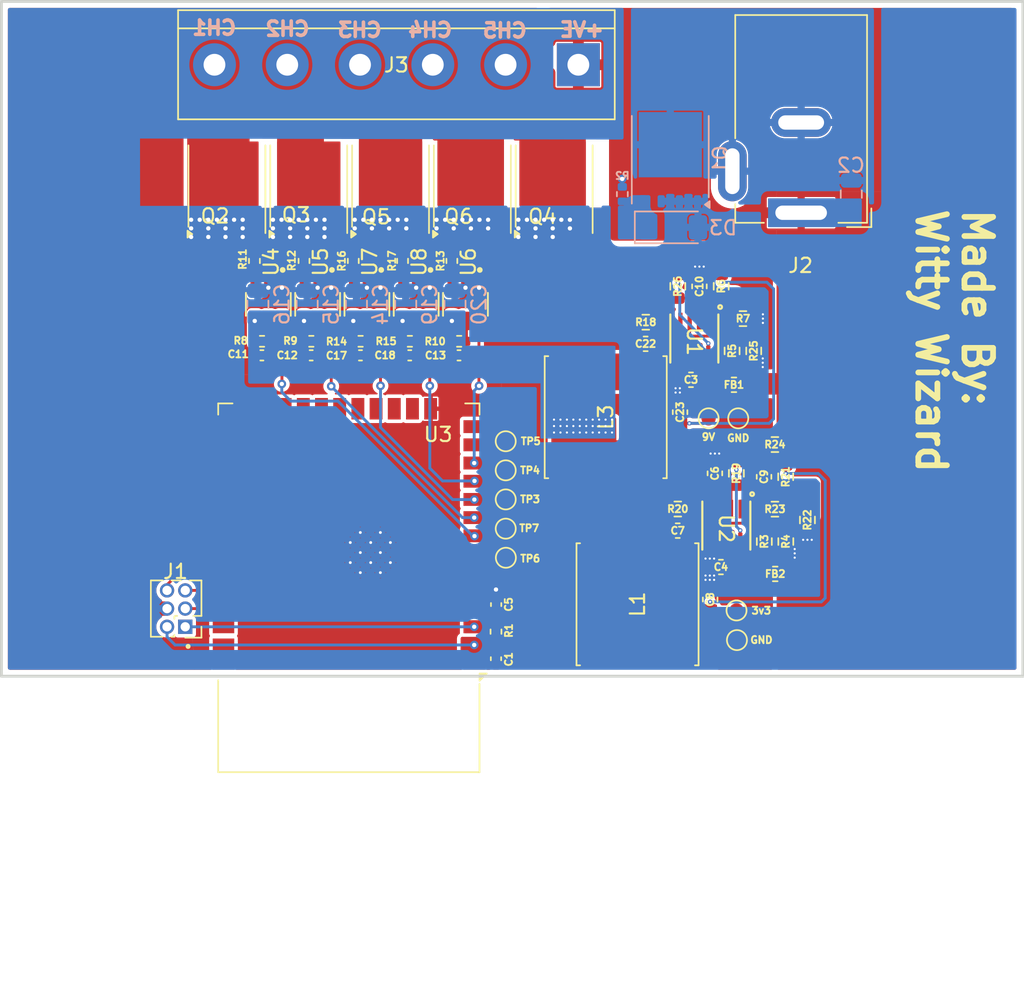
<source format=kicad_pcb>
(kicad_pcb (version 20241229) (generator "pcbnew") (generator_version "9.0")
  (layers (0 "F.Cu" signal) (2 "B.Cu" signal) (13 "F.Paste" user) (15 "B.Paste" user) (5 "F.SilkS" user "F.Silkscreen") (7 "B.SilkS" user "B.Silkscreen") (1 "F.Mask" user) (3 "B.Mask" user) (25 "Edge.Cuts" user))
  (net 0 "")
  (net 1 "GND")
  (net 2 "Net-(U5-EN{slash}~{FLT})")
  (net 3 "VCC")
  (net 4 "+3.3V")
  (net 5 "Net-(Q2-G)")
  (net 6 "Net-(Q6-G)")
  (net 7 "Net-(Q4-G)")
  (net 8 "Net-(U5-OUT)")
  (net 9 "/IN1")
  (net 10 "/IN2")
  (net 11 "/IN3")
  (net 12 "/IN4")
  (net 13 "/IN5")
  (net 14 "+9V")
  (net 15 "/EN")
  (net 16 "/OUT2")
  (net 17 "/OUT1")
  (net 18 "/OUT4")
  (net 19 "/OUT5")
  (net 20 "/OUT3")
  (net 21 "Net-(Q5-G)")
  (net 22 "Net-(U8-EN{slash}~{FLT})")
  (net 23 "Net-(U8-OUT)")
  (net 24 "/TX0")
  (net 25 "GND1")
  (net 26 "Net-(U4-EN{slash}~{FLT})")
  (net 27 "Net-(U4-OUT)")
  (net 28 "Net-(U7-EN{slash}~{FLT})")
  (net 29 "Net-(Q3-G)")
  (net 30 "Net-(U7-OUT)")
  (net 31 "Net-(U1-IN)")
  (net 32 "Net-(U2-IN)")
  (net 33 "Net-(U2-VCC)")
  (net 34 "Net-(U2-SW)")
  (net 35 "Net-(C7-Pad1)")
  (net 36 "Net-(U2-FB)")
  (net 37 "Net-(C9-Pad2)")
  (net 38 "Net-(U1-VCC)")
  (net 39 "Net-(C22-Pad1)")
  (net 40 "Net-(U1-SW)")
  (net 41 "Net-(U2-EN{slash}SYNC)")
  (net 42 "Net-(U1-EN{slash}SYNC)")
  (net 43 "Net-(U1-FB)")
  (net 44 "Net-(U1-BST)")
  (net 45 "Net-(U2-PG)")
  (net 46 "Net-(U2-BST)")
  (net 47 "Net-(R21-Pad1)")
  (net 48 "Net-(U1-PG)")
  (net 49 "Net-(D3-K)")
  (net 50 "Net-(U6-EN{slash}~{FLT})")
  (net 51 "Net-(U6-OUT)")
  (net 77 "/RX0")
  (net 78 "/BOOT0")
  (footprint "Resistor_SMD:R_0402_1005Metric" (layer "F.Cu") (at 135.34 78.0625 90)
    (property "Reference" "R13")
    (property "Value" "15Ω")
  )
  (footprint "1ED44175N01BXTSA1:1ED44175N01BXTSA1" (layer "F.Cu") (at 136.29 81.0925 -90)
    (property "Reference" "U6")
    (property "Value" "1ED44175N01BXTSA1" (hide yes))
  )
  (footprint "Package_TO_SOT_SMD:TDSON-8-1" (layer "F.Cu") (at 119.64 73.06 90)
    (property "Reference" "Q2")
    (property "Value" "CSD18540Q5B" (hide yes))
  )
  (footprint "TerminalBlock:TerminalBlock_bornier-6_P5.08mm" (layer "F.Cu") (at 144.17 64.37 180)
    (property "Reference" "J3")
    (property "Value" "Screw_Terminal")
  )
  (footprint "Resistor_SMD:R_0603_1608Metric" (layer "F.Cu") (at 151.11 95.38)
    (property "Reference" "R20")
    (property "Value" "20" (hide yes))
  )
  (footprint "Capacitor_SMD:C_0603_1608Metric" (layer "F.Cu") (at 153.7 92.89 90)
    (property "Reference" "C6")
    (property "Value" "100n" (hide yes))
  )
  (footprint "Resistor_SMD:R_0603_1608Metric" (layer "F.Cu") (at 158.65 97.65 -90)
    (property "Reference" "R4")
    (property "Value" "21k" (hide yes))
  )
  (footprint "Resistor_SMD:R_0402_1005Metric" (layer "F.Cu") (at 122.09 83.6725 180)
    (property "Reference" "R8")
    (property "Value" "10kΩ")
  )
  (footprint "Resistor_SMD:R_0402_1005Metric" (layer "F.Cu") (at 125.02 78.0625 90)
    (property "Reference" "R12")
    (property "Value" "15Ω")
  )
  (footprint "Capacitor_SMD:C_0402_1005Metric" (layer "F.Cu") (at 122.08 84.652496 180)
    (property "Reference" "C11")
    (property "Value" "100nf")
  )
  (footprint "TestPoint:TestPoint_Pad_D1.0mm" (layer "F.Cu") (at 139.1 94.71)
    (property "Reference" "TP3")
    (property "Value" "~")
  )
  (footprint "Resistor_SMD:R_0603_1608Metric" (layer "F.Cu") (at 155.659998 82.09)
    (property "Reference" "R7")
    (property "Value" "7.68k" (hide yes))
  )
  (footprint "TestPoint:TestPoint_Pad_D1.0mm" (layer "F.Cu") (at 139.1 96.75)
    (property "Reference" "TP7")
    (property "Value" "~")
  )
  (footprint "TestPoint:TestPoint_Pad_D1.0mm" (layer "F.Cu") (at 139.1 90.65)
    (property "Reference" "TP5")
    (property "Value" "~")
  )
  (footprint "Inductor_SMD:L_0603_1608Metric" (layer "F.Cu") (at 155.029998 86.71 180)
    (property "Reference" "FB1")
    (property "Value" "220" (hide yes))
  )
  (footprint "TestPoint:TestPoint_Pad_D1.0mm" (layer "F.Cu") (at 155.21 102.46)
    (property "Reference" "3v3")
    (property "Value" "~" (hide yes))
  )
  (footprint "Resistor_SMD:R_0402_1005Metric" (layer "F.Cu") (at 128.97 83.6725 180)
    (property "Reference" "R14")
    (property "Value" "10kΩ")
  )
  (footprint "TestPoint:TestPoint_Pad_D1.0mm" (layer "F.Cu") (at 139.1 92.68)
    (property "Reference" "TP4")
    (property "Value" "~")
  )
  (footprint "Capacitor_SMD:C_0603_1608Metric" (layer "F.Cu") (at 148.864998 83.85)
    (property "Reference" "C22")
    (property "Value" "100n" (hide yes))
  )
  (footprint "Resistor_SMD:R_0603_1608Metric" (layer "F.Cu") (at 151.109998 79.835 -90)
    (property "Reference" "R26")
    (property "Value" "100k" (hide yes))
  )
  (footprint "Resistor_SMD:R_0603_1608Metric" (layer "F.Cu") (at 157.15 97.65 90)
    (property "Reference" "R3")
    (property "Value" "100k" (hide yes))
  )
  (footprint "RF_Module:ESP32-WROOM-32D" (layer "F.Cu") (at 128.15 97.89 180)
    (property "Reference" "U3")
    (property "Value" "ESP32-WROOM-32E")
  )
  (footprint "Package_TO_SOT_SMD:TDSON-8-1" (layer "F.Cu") (at 142.48 73.06 90)
    (property "Reference" "Q4")
    (property "Value" "CSD18540Q5B" (hide yes))
  )
  (footprint "Resistor_SMD:R_0402_1005Metric" (layer "F.Cu") (at 125.53 83.6725 180)
    (property "Reference" "R9")
    (property "Value" "10kΩ")
  )
  (footprint "Resistor_SMD:R_0402_1005Metric" (layer "F.Cu") (at 131.9 78.0625 90)
    (property "Reference" "R17")
    (property "Value" "15Ω")
  )
  (footprint "Capacitor_SMD:C_0402_1005Metric" (layer "F.Cu") (at 138.42 105.83 -90)
    (property "Reference" "C1")
    (property "Value" "10uf")
  )
  (footprint "Capacitor_SMD:C_0402_1005Metric" (layer "F.Cu") (at 135.84 84.652496 180)
    (property "Reference" "C13")
    (property "Value" "100nf")
  )
  (footprint "Resistor_SMD:R_0603_1608Metric" (layer "F.Cu") (at 157.89 95.39)
    (property "Reference" "R23")
    (property "Value" "487" (hide yes))
  )
  (footprint "Capacitor_SMD:C_0402_1005Metric" (layer "F.Cu") (at 128.96 84.652496 180)
    (property "Reference" "C17")
    (property "Value" "100nf")
  )
  (footprint "Capacitor_SMD:C_0603_1608Metric" (layer "F.Cu") (at 157.13 93.13 90)
    (property "Reference" "C9")
    (property "Value" "33p" (hide yes))
  )
  (footprint "MP9943A:MP9943A" (layer "F.Cu") (at 152.264999 83.48 -90)
    (property "Reference" "U1")
    (property "Value" "MP9943AGQ-P" (hide yes))
  )
  (footprint "Resistor_SMD:R_0603_1608Metric" (layer "F.Cu") (at 157.89 90.88)
    (property "Reference" "R24")
    (property "Value" "243k" (hide yes))
  )
  (footprint "Capacitor_SMD:C_0402_1005Metric" (layer "F.Cu") (at 132.4 84.652496 180)
    (property "Reference" "C18")
    (property "Value" "100nf")
  )
  (footprint "Package_TO_SOT_SMD:TDSON-8-1" (layer "F.Cu") (at 136.77 73.06 90)
    (property "Reference" "Q6")
    (property "Value" "CSD18540Q5B" (hide yes))
  )
  (footprint "Capacitor_SMD:C_0603_1608Metric" (layer "F.Cu") (at 153.37 101.695 90)
    (property "Reference" "C8")
    (property "Value" "33u" (hide yes))
  )
  (footprint "Resistor_SMD:R_0603_1608Metric" (layer "F.Cu") (at 155.2 92.89 -90)
    (property "Reference" "R19")
    (property "Value" "100k" (hide yes))
  )
  (footprint "Package_TO_SOT_SMD:TDSON-8-1" (layer "F.Cu") (at 125.35 73.06 90)
    (property "Reference" "Q3")
    (property "Value" "CSD18540Q5B" (hide yes))
  )
  (footprint "Resistor_SMD:R_0603_1608Metric" (layer "F.Cu") (at 154.139998 79.83 -90)
    (property "Reference" "R6")
    (property "Value" "41.2k" (hide yes))
  )
  (footprint "1ED44175N01BXTSA1:1ED44175N01BXTSA1" (layer "F.Cu") (at 125.97 81.0925 -90)
    (property "Reference" "U5")
    (property "Value" "1ED44175N01BXTSA1" (hide yes))
  )
  (footprint "TestPoint:TestPoint_Pad_D1.0mm" (layer "F.Cu") (at 155.24 104.53)
    (property "Reference" "GND")
    (property "Value" "~" (hide yes))
  )
  (footprint "Resistor_SMD:R_0402_1005Metric" (layer "F.Cu") (at 135.85 83.6725 180)
    (property "Reference" "R10")
    (property "Value" "10kΩ")
  )
  (footprint "Capacitor_SMD:C_0603_1608Metric" (layer "F.Cu") (at 151.105 96.89)
    (property "Reference" "C7")
    (property "Value" "100n" (hide yes))
  )
  (footprint "Resistor_SMD:R_0603_1608Metric" (layer "F.Cu") (at 158.64 93.13 90)
    (property "Reference" "R21")
    (property "Value" "243k" (hide yes))
  )
  (footprint "Resistor_SMD:R_0402_1005Metric" (layer "F.Cu") (at 138.42 103.94 -90)
    (property "Reference" "R1")
    (property "Value" "10kΩ")
  )
  (footprint "Resistor_SMD:R_0603_1608Metric" (layer "F.Cu") (at 156.409998 84.345 -90)
    (property "Reference" "R25")
    (property "Value" "21k" (hide yes))
  )
  (footprint "1ED44175N01BXTSA1:1ED44175N01BXTSA1" (layer "F.Cu") (at 122.53 81.0925 -90)
    (property "Reference" "U4")
    (property "Value" "1ED44175N01BXTSA1" (hide yes))
  )
  (footprint "Capacitor_SMD:C_0603_1608Metric" (layer "F.Cu") (at 152.619998 79.84 90)
    (property "Reference" "C10")
    (property "Value" "100n" (hide yes))
  )
  (footprint "Capacitor_SMD:C_0603_1608Metric" (layer "F.Cu") (at 154.12 99.43 180)
    (property "Reference" "C4")
    (property "Value" "33u" (hide yes))
  )
  (footprint "Package_TO_SOT_SMD:TDSON-8-1" (layer "F.Cu") (at 131.06 73.06 90)
    (property "Reference" "Q5")
    (property "Value" "CSD18540Q5B" (hide yes))
  )
  (footprint "MP9943A:MP9943A" (layer "F.Cu") (at 154.4982 96.5365 -90)
    (property "Reference" "U2")
    (property "Value" "MP9943AGQ-P" (hide yes))
  )
  (footprint "1ED44175N01BXTSA1:1ED44175N01BXTSA1" (layer "F.Cu") (at 132.85 81.0925 -90)
    (property "Reference" "U8")
    (property "Value" "1ED44175N01BXTSA1" (hide yes))
  )
  (footprint "Resistor_SMD:R_0603_1608Metric" (layer "F.Cu") (at 154.899998 84.345 90)
    (property "Reference" "R5")
    (property "Value" "100k" (hide yes))
  )
  (footprint "Inductor_SMD:L_Changjiang_FNR8040S" (layer "F.Cu") (at 148.3 102.03 -90)
    (property "Reference" "L1")
    (property "Value" "10u")
  )
  (footprint "Connector_BarrelJack:BarrelJack_GCT_DCJ200-10-A_Horizontal" (layer "F.Cu") (at 159.72 74.7 180)
    (property "Reference" "J2")
    (property "Value" "Barrel_Jack")
  )
  (footprint "Resistor_SMD:R_0402_1005Metric" (layer "F.Cu") (at 128.46 78.0625 90)
    (property "Reference" "R16")
    (property "Value" "15Ω")
  )
  (footprint "Connector_PinHeader_1.27mm:PinHeader_2x03_P1.27mm_Vertical" (layer "F.Cu") (at 116.73 103.6 180)
    (property "Reference" "J1")
    (property "Value" "Program")
  )
  (footprint "Capacitor_SMD:C_0402_1005Metric" (layer "F.Cu") (at 125.52 84.652496 180)
    (property "Reference" "C12")
    (property "Value" "100nf")
  )
  (footprint "TestPoint:TestPoint_Pad_D1.0mm" (layer "F.Cu") (at 153.26 89.05)
    (property "Reference" "9V")
    (property "Value" "~" (hide yes))
  )
  (footprint "Resistor_SMD:R_0603_1608Metric" (layer "F.Cu") (at 148.874998 82.34)
    (property "Reference" "R18")
    (property "Value" "20" (hide yes))
  )
  (footprint "Inductor_SMD:L_Changjiang_FNR8040S" (layer "F.Cu") (at 146.08 88.97 -90)
    (property "Reference" "L3")
    (property "Value" "10u")
  )
  (footprint "Capacitor_SMD:C_0603_1608Metric" (layer "F.Cu") (at 152.029998 86.36 180)
    (property "Reference" "C3")
    (property "Value" "33u" (hide yes))
  )
  (footprint "Resistor_SMD:R_0603_1608Metric" (layer "F.Cu") (at 160.16 96.145 -90)
    (property "Reference" "R22")
    (property "Value" "76.8k" (hide yes))
  )
  (footprint "Inductor_SMD:L_0603_1608Metric" (layer "F.Cu") (at 157.91 99.91 180)
    (property "Reference" "FB2")
    (property "Value" "220" (hide yes))
  )
  (footprint "Capacitor_SMD:C_0603_1608Metric" (layer "F.Cu") (at 151.269998 88.62 90)
    (property "Reference" "C23")
    (property "Value" "33u" (hide yes))
  )
  (footprint "Resistor_SMD:R_0402_1005Metric" (layer "F.Cu") (at 132.41 83.6725 180)
    (property "Reference" "R15")
    (property "Value" "10kΩ")
  )
  (footprint "TestPoint:TestPoint_Pad_D1.0mm" (layer "F.Cu") (at 139.11 98.78)
    (property "Reference" "TP6")
    (property "Value" "~")
  )
  (footprint "1ED44175N01BXTSA1:1ED44175N01BXTSA1" (layer "F.Cu") (at 129.41 81.0925 -90)
    (property "Reference" "U7")
    (property "Value" "1ED44175N01BXTSA1" (hide yes))
  )
  (footprint "Capacitor_SMD:C_0402_1005Metric" (layer "F.Cu") (at 138.43 102.05 90)
    (property "Reference" "C5")
    (property "Value" "100nf")
  )
  (footprint "TestPoint:TestPoint_Pad_D1.0mm" (layer "F.Cu") (at 155.33 89.05)
    (property "Reference" "GND")
    (property "Value" "~" (hide yes))
  )
  (footprint "Resistor_SMD:R_0402_1005Metric" (layer "F.Cu") (at 121.56 78.0625 90)
    (property "Reference" "R11")
    (property "Value" "15Ω")
  )
  (footprint "Capacitor_SMD:C_0805_2012Metric" (layer "B.Cu") (at 135.56 81.0925 90)
    (property "Reference" "C20")
    (property "Value" "22uf")
  )
  (footprint "Diode_SMD:D_MiniMELF" (layer "B.Cu") (at 150.77 75.72)
    (property "Reference" "D3")
    (property "Value" "ZMM7v5")
  )
  (footprint "Capacitor_SMD:C_0805_2012Metric" (layer "B.Cu") (at 132.12 81.0925 90)
    (property "Reference" "C19")
    (property "Value" "22uf")
  )
  (footprint "Package_TO_SOT_SMD:TDSON-8-1" (layer "B.Cu") (at 150.585 71 90)
    (property "Reference" "Q1")
    (property "Value" "CSD18540Q5B")
  )
  (footprint "Resistor_SMD:R_0402_1005Metric" (layer "B.Cu") (at 147.24 73.4 90)
    (property "Reference" "R2")
    (property "Value" "100Ω")
  )
  (footprint "Capacitor_SMD:C_0805_2012Metric" (layer "B.Cu") (at 128.68 81.0925 90)
    (property "Reference" "C14")
    (property "Value" "22uf")
  )
  (footprint "Capacitor_SMD:C_0805_2012Metric" (layer "B.Cu") (at 163.22 73.4 90)
    (property "Reference" "C2")
    (property "Value" "22uf")
  )
  (footprint "Capacitor_SMD:C_0805_2012Metric" (layer "B.Cu") (at 121.8 81.0925 90)
    (property "Reference" "C16")
    (property "Value" "22uf")
  )
  (footprint "Capacitor_SMD:C_0805_2012Metric" (layer "B.Cu") (at 125.24 81.0925 90)
    (property "Reference" "C15")
    (property "Value" "22uf")
  )
  (gr_circle (center 116.93 104.97) (end 117.051655 104.97) (stroke (width 0.1)) (fill yes) (layer "F.SilkS"))
  (gr_line (start 175.2 59.95) (end 103.9 59.95) (stroke (width 0.2)) (layer "Edge.Cuts"))
  (gr_line (start 103.9 107.05) (end 175.2 107.05) (stroke (width 0.2)) (layer "Edge.Cuts"))
  (gr_line (start 175.2 107.05) (end 175.2 59.95) (stroke (width 0.2)) (layer "Edge.Cuts"))
  (gr_line (start 103.9 59.95) (end 103.9 107.05) (stroke (width 0.2)) (layer "Edge.Cuts"))
  (gr_text "Made By:\nWitty Wizard" (at 167.63 74.25 270) (layer "F.SilkS") (effects (font (size 2 2) (thickness 0.4) (bold yes)) (justify left bottom)))
  (gr_text "CH5\n" (at 140.7 62.57 0) (layer "B.SilkS") (effects (font (size 1 1) (thickness 0.25) (bold yes)) (justify left bottom mirror)))
  (gr_text "CH4\n" (at 135.49 62.53 0) (layer "B.SilkS") (effects (font (size 1 1) (thickness 0.25) (bold yes)) (justify left bottom mirror)))
  (gr_text "CH2" (at 125.53 62.45 0) (layer "B.SilkS") (effects (font (size 1 1) (thickness 0.25) (bold yes)) (justify left bottom mirror)))
  (gr_text "CH3\n" (at 130.57 62.53 0) (layer "B.SilkS") (effects (font (size 1 1) (thickness 0.25) (bold yes)) (justify left bottom mirror)))
  (gr_text "CH1\n" (at 120.42 62.38 0) (layer "B.SilkS") (effects (font (size 1 1) (thickness 0.25) (bold yes)) (justify left bottom mirror)))
  (gr_text "+VE" (at 146.08 62.51 0) (layer "B.SilkS") (effects (font (size 1 1) (thickness 0.25) (bold yes)) (justify left bottom mirror)))
  (segment (start 158.65 98.475) (end 158.97 98.475) (width 0.2) (layer "F.Cu") (net 1))
  (segment (start 138.37 101.34) (end 138.35 101.32) (width 0.2) (layer "F.Cu") (net 1))
  (via (at 157.05 82.09) (size 0.3) (drill 0.15) (layers "F.Cu" "B.Cu") (net 1))
  (via (at 133.8 79.9325) (size 0.6) (drill 0.3) (layers "F.Cu" "B.Cu") (net 1))
  (via (at 139.98 75.19) (size 0.6) (drill 0.3) (layers "F.Cu" "B.Cu") (net 1))
  (via (at 139.98 75.79) (size 0.6) (drill 0.3) (layers "F.Cu" "B.Cu") (net 1))
  (via (at 126.92 79.9325) (size 0.6) (drill 0.3) (layers "F.Cu" "B.Cu") (net 1))
  (via (at 130.36 75.19) (size 0.6) (drill 0.3) (layers "F.Cu" "B.Cu") (net 1))
  (via (at 136.67 75.79) (size 0.6) (drill 0.3) (layers "F.Cu" "B.Cu") (net 1))
  (via (at 126.45 75.19) (size 0.6) (drill 0.3) (layers "F.Cu" "B.Cu") (net 1))
  (via (at 129.76 75.79) (size 0.6) (drill 0.3) (layers "F.Cu" "B.Cu") (net 1))
  (via (at 142.38 75.19) (size 0.6) (drill 0.3) (layers "F.Cu" "B.Cu") (net 1))
  (via (at 124.65 75.19) (size 0.6) (drill 0.3) (layers "F.Cu" "B.Cu") (net 1))
  (via (at 132.16 75.19) (size 0.6) (drill 0.3) (layers "F.Cu" "B.Cu") (net 1))
  (via (at 118.34 75.79) (size 0.6) (drill 0.3) (layers "F.Cu" "B.Cu") (net 1))
  (via (at 134.27 75.79) (size 0.6) (drill 0.3) (layers "F.Cu" "B.Cu") (net 1))
  (via (at 128.56 75.19) (size 0.6) (drill 0.3) (layers "F.Cu" "B.Cu") (net 1))
  (via (at 136.67 75.19) (size 0.6) (drill 0.3) (layers "F.Cu" "B.Cu") (net 1))
  (via (at 153.4 91.51) (size 0.3) (drill 0.15) (layers "F.Cu" "B.Cu") (net 1))
  (via (at 124.05 76.39) (size 0.6) (drill 0.3) (layers "F.Cu" "B.Cu") (net 1))
  (via (at 122.85 76.39) (size 0.6) (drill 0.3) (layers "F.Cu" "B.Cu") (net 1))
  (via (at 137.87 75.79) (size 0.6) (drill 0.3) (layers "F.Cu" "B.Cu") (net 1))
  (via (at 153.345 100.025) (size 0.3) (drill 0.15) (layers "F.Cu" "B.Cu") (net 1))
  (via (at 135.47 75.79) (size 0.6) (drill 0.3) (layers "F.Cu" "B.Cu") (net 1))
  (via (at 157.04 85.47) (size 0.3) (drill 0.15) (layers "F.Cu" "B.Cu") (net 1))
  (via (at 123.48 79.9325) (size 0.6) (drill 0.3) (layers "F.Cu" "B.Cu") (net 1))
  (via (at 160.16 97.53) (size 0.3) (drill 0.15) (layers "F.Cu" "B.Cu") (net 1))
  (via (at 153.645 100.025) (size 0.3) (drill 0.15) (layers "F.Cu" "B.Cu") (net 1))
  (via (at 159.27 98.475) (size 0.3) (drill 0.15) (layers "F.Cu" "B.Cu") (net 1))
  (via (at 153.345 98.84) (size 0.3) (drill 0.15) (layers "F.Cu" "B.Cu") (net 1))
  (via (at 125.25 75.19) (size 0.6) (drill 0.3) (layers "F.Cu" "B.Cu") (net 1))
  (via (at 117.14 75.19) (size 0.6) (drill 0.3) (layers "F.Cu" "B.Cu") (net 1))
  (via (at 141.78 75.19) (size 0.6) (drill 0.3) (layers "F.Cu" "B.Cu") (net 1))
  (via (at 153.045 100.325) (size 0.3) (drill 0.15) (layers "F.Cu" "B.Cu") (net 1))
  (via (at 141.18 76.39) (size 0.6) (drill 0.3) (layers "F.Cu" "B.Cu") (net 1))
  (via (at 132.16 75.79) (size 0.6) (drill 0.3) (layers "F.Cu" "B.Cu") (net 1))
  (via (at 137.87 75.19) (size 0.6) (drill 0.3) (layers "F.Cu" "B.Cu") (net 1))
  (via (at 154 91.51) (size 0.3) (drill 0.15) (layers "F.Cu" "B.Cu") (net 1))
  (via (at 143.58 75.19) (size 0.6) (drill 0.3) (layers "F.Cu" "B.Cu") (net 1))
  (via (at 117.14 76.39) (size 0.6) (drill 0.3) (layers "F.Cu" "B.Cu") (net 1))
  (via (at 152.919998 78.46) (size 0.3) (drill 0.15) (layers "F.Cu" "B.Cu") (net 1))
  (via (at 126.45 76.39) (size 0.6) (drill 0.3) (layers "F.Cu" "B.Cu") (net 1))
  (via (at 122.85 75.79) (size 0.6) (drill 0.3) (layers "F.Cu" "B.Cu") (net 1))
  (via (at 153.645 100.325) (size 0.3) (drill 0.15) (layers "F.Cu" "B.Cu") (net 1))
  (via (at 118.34 75.19) (size 0.6) (drill 0.3) (layers "F.Cu" "B.Cu") (net 1))
  (via (at 159.27 98.175) (size 0.3) (drill 0.15) (layers "F.Cu" "B.Cu") (net 1))
  (via (at 140.58 75.19) (size 0.6) (drill 0.3) (layers "F.Cu" "B.Cu") (net 1))
  (via (at 129.16 75.19) (size 0.6) (drill 0.3) (layers "F.Cu" "B.Cu") (net 1))
  (via (at 134.87 75.19) (size 0.6) (drill 0.3) (layers "F.Cu" "B.Cu") (net 1))
  (via (at 159.27 98.775) (size 0.3) (drill 0.15) (layers "F.Cu" "B.Cu") (net 1))
  (via (at 131.56 75.19) (size 0.6) (drill 0.3) (layers "F.Cu" "B.Cu") (net 1))
  (via (at 120.14 75.19) (size 0.6) (drill 0.3) (layers "F.Cu" "B.Cu") (net 1))
  (via (at 117.14 75.79) (size 0.6) (drill 0.3) (layers "F.Cu" "B.Cu") (net 1))
  (via (at 134.27 75.19) (size 0.6) (drill 0.3) (layers "F.Cu" "B.Cu") (net 1))
  (via (at 118.94 75.19) (size 0.6) (drill 0.3) (layers "F.Cu" "B.Cu") (net 1))
  (via (at 137.27 75.19) (size 0.6) (drill 0.3) (layers "F.Cu" "B.Cu") (net 1))
  (via (at 125.85 75.19) (size 0.6) (drill 0.3) (layers "F.Cu" "B.Cu") (net 1))
  (via (at 141.18 75.79) (size 0.6) (drill 0.3) (layers "F.Cu" "B.Cu") (net 1))
  (via (at 118.34 76.39) (size 0.6) (drill 0.3) (layers "F.Cu" "B.Cu") (net 1))
  (via (at 122.53 79.9325) (size 0.6) (drill 0.3) (layers "F.Cu" "B.Cu") (net 1))
  (via (at 139.98 76.39) (size 0.6) (drill 0.3) (layers "F.Cu" "B.Cu") (net 1))
  (via (at 153.045 98.84) (size 0.3) (drill 0.15) (layers "F.Cu" "B.Cu") (net 1))
  (via (at 142.38 76.39) (size 0.6) (drill 0.3) (layers "F.Cu" "B.Cu") (net 1))
  (via (at 135.47 75.19) (size 0.6) (drill 0.3) (layers "F.Cu" "B.Cu") (net 1))
  (via (at 153.7 91.51) (size 0.3) (drill 0.15) (layers "F.Cu" "B.Cu") (net 1))
  (via (at 151.254998 87.25) (size 0.3) (drill 0.15) (layers "F.Cu" "B.Cu") (net 1))
  (via (at 124.05 75.79) (size 0.6) (drill 0.3) (layers "F.Cu" "B.Cu") (net 1))
  (via (at 152.319998 78.46) (size 0.3) (drill 0.15) (layers "F.Cu" "B.Cu") (net 1))
  (via (at 152.619998 78.46) (size 0.3) (drill 0.15) (layers "F.Cu" "B.Cu") (net 1))
  (via (at 120.74 76.39) (size 0.6) (drill 0.3) (layers "F.Cu" "B.Cu") (net 1))
  (via (at 137.24 79.9325) (size 0.6) (drill 0.3) (layers "F.Cu" "B.Cu") (net 1))
  (via (at 130.96 75.19) (size 0.6) (drill 0.3) (layers "F.Cu" "B.Cu") (net 1))
  (via (at 117.74 75.19) (size 0.6) (drill 0.3) (layers "F.Cu" "B.Cu") (net 1))
  (via (at 142.38 75.79) (size 0.6) (drill 0.3) (layers "F.Cu" "B.Cu") (net 1))
  (via (at 150.954998 87.25) (size 0.3) (drill 0.15) (layers "F.Cu" "B.Cu") (net 1))
  (via (at 130.36 79.9325) (size 0.6) (drill 0.3) (layers "F.Cu" "B.Cu") (net 1))
  (via (at 159.86 97.53) (size 0.3) (drill 0.15) (layers "F.Cu" "B.Cu") (net 1))
  (via (at 120.74 75.19) (size 0.6) (drill 0.3) (layers "F.Cu" "B.Cu") (net 1))
  (via (at 142.98 75.19) (size 0.6) (drill 0.3) (layers "F.Cu" "B.Cu") (net 1))
  (via (at 125.25 75.79) (size 0.6) (drill 0.3) (layers "F.Cu" "B.Cu") (net 1))
  (via (at 124.05 75.19) (size 0.6) (drill 0.3) (layers "F.Cu" "B.Cu") (net 1))
  (via (at 119.54 76.39) (size 0.6) (drill 0.3) (layers "F.Cu" "B.Cu") (net 1))
  (via (at 120.74 75.79) (size 0.6) (drill 0.3) (layers "F.Cu" "B.Cu") (net 1))
  (via (at 125.97 79.9325) (size 0.6) (drill 0.3) (layers "F.Cu" "B.Cu") (net 1))
  (via (at 122.85 75.19) (size 0.6) (drill 0.3) (layers "F.Cu" "B.Cu") (net 1))
  (via (at 128.56 75.79) (size 0.6) (drill 0.3) (layers "F.Cu" "B.Cu") (net 1))
  (via (at 138.42 101) (size 0.6) (drill 0.3) (layers "F.Cu" "B.Cu") (net 1))
  (via (at 129.41 79.9325) (size 0.6) (drill 0.3) (layers "F.Cu" "B.Cu") (net 1))
  (via (at 129.76 75.19) (size 0.6) (drill 0.3) (layers "F.Cu" "B.Cu") (net 1))
  (via (at 150.954998 86.95) (size 0.3) (drill 0.15) (layers "F.Cu" "B.Cu") (net 1))
  (via (at 157.04 85.17) (size 0.3) (drill 0.15) (layers "F.Cu" "B.Cu") (net 1))
  (via (at 160.46 97.53) (size 0.3) (drill 0.15) (layers "F.Cu" "B.Cu") (net 1))
  (via (at 136.07 75.19) (size 0.6) (drill 0.3) (layers "F.Cu" "B.Cu") (net 1))
  (via (at 126.45 75.79) (size 0.6) (drill 0.3) (layers "F.Cu" "B.Cu") (net 1))
  (via (at 119.54 75.19) (size 0.6) (drill 0.3) (layers "F.Cu" "B.Cu") (net 1))
  (via (at 157.05 82.39) (size 0.3) (drill 0.15) (layers "F.Cu" "B.Cu") (net 1))
  (via (at 157.05 81.79) (size 0.3) (drill 0.15) (layers "F.Cu" "B.Cu") (net 1))
  (via (at 130.96 75.79) (size 0.6) (drill 0.3) (layers "F.Cu" "B.Cu") (net 1))
  (via (at 151.254998 86.95) (size 0.3) (drill 0.15) (layers "F.Cu" "B.Cu") (net 1))
  (via (at 132.85 79.9325) (size 0.6) (drill 0.3) (layers "F.Cu" "B.Cu") (net 1))
  (via (at 153.345 100.325) (size 0.3) (drill 0.15) (layers "F.Cu" "B.Cu") (net 1))
  (via (at 143.58 75.79) (size 0.6) (drill 0.3) (layers "F.Cu" "B.Cu") (net 1))
  (via (at 141.18 75.19) (size 0.6) (drill 0.3) (layers "F.Cu" "B.Cu") (net 1))
  (via (at 153.045 100.025) (size 0.3) (drill 0.15) (layers "F.Cu" "B.Cu") (net 1))
  (via (at 136.29 79.9325) (size 0.6) (drill 0.3) (layers "F.Cu" "B.Cu") (net 1))
  (via (at 157.04 84.87) (size 0.3) (drill 0.15) (layers "F.Cu" "B.Cu") (net 1))
  (via (at 153.645 98.84) (size 0.3) (drill 0.15) (layers "F.Cu" "B.Cu") (net 1))
  (via (at 119.54 75.79) (size 0.6) (drill 0.3) (layers "F.Cu" "B.Cu") (net 1))
  (via (at 123.45 75.19) (size 0.6) (drill 0.3) (layers "F.Cu" "B.Cu") (net 1))
  (via (at 125.25 76.39) (size 0.6) (drill 0.3) (layers "F.Cu" "B.Cu") (net 1))
  (segment (start 126 83.7125) (end 126.04 83.6725) (width 0.2) (layer "F.Cu") (net 2))
  (segment (start 126.04 83.6725) (end 126.04 82.3225) (width 0.2) (layer "F.Cu") (net 2))
  (segment (start 126.04 82.3225) (end 125.97 82.2525) (width 0.2) (layer "F.Cu") (net 2))
  (segment (start 125.97 84.662496) (end 125.91 84.722496) (width 0.2) (layer "F.Cu") (net 2))
  (segment (start 126 84.652496) (end 126 83.7125) (width 0.2) (layer "F.Cu") (net 2))
  (via (at 147.23 72.34) (size 0.6) (drill 0.3) (layers "F.Cu" "B.Cu") (net 3))
  (segment (start 147.24 72.35) (end 147.23 72.34) (width 0.2) (layer "B.Cu") (net 3))
  (segment (start 159.6 74.82) (end 159.72 74.7) (width 0.2) (layer "B.Cu") (net 3))
  (segment (start 147.24 72.89) (end 147.24 72.35) (width 0.2) (layer "B.Cu") (net 3))
  (segment (start 158.715 92.23) (end 158.715 90.88) (width 0.2) (layer "F.Cu") (net 4))
  (segment (start 153.37 101.86) (end 153.37 102.47) (width 0.2) (layer "F.Cu") (net 4))
  (segment (start 153.38 102.46) (end 153.37 102.47) (width 0.2) (layer "F.Cu") (net 4))
  (segment (start 147.72 105.15) (end 149.55 105.15) (width 0.2) (layer "F.Cu") (net 4))
  (segment (start 136.98 104.79) (end 136.9 104.87) (width 0.2) (layer "F.Cu") (net 4))
  (segment (start 155.21 102.46) (end 153.38 102.46) (width 0.2) (layer "F.Cu") (net 4))
  (segment (start 158.64 92.305) (end 158.64 92.9) (width 0.2) (layer "F.Cu") (net 4))
  (segment (start 149.55 105.15) (end 149.56 105.14) (width 0.2) (layer "F.Cu") (net 4))
  (via (at 158.64 92.9) (size 0.3) (drill 0.15) (layers "F.Cu" "B.Cu") (net 4))
  (via (at 153.37 101.86) (size 0.3) (drill 0.15) (layers "F.Cu" "B.Cu") (net 4))
  (via (at 136.9 104.87) (size 0.6) (drill 0.3) (layers "F.Cu" "B.Cu") (net 4))
  (segment (start 116.022894 104.87) (end 136.9 104.87) (width 0.2) (layer "B.Cu") (net 4))
  (segment (start 161.4 101.59) (end 161.13 101.86) (width 0.2) (layer "B.Cu") (net 4))
  (segment (start 161.13 101.86) (end 153.37 101.86) (width 0.2) (layer "B.Cu") (net 4))
  (segment (start 161.4 93.39) (end 161.4 101.59) (width 0.2) (layer "B.Cu") (net 4))
  (segment (start 115.46 103.6) (end 115.46 104.307106) (width 0.2) (layer "B.Cu") (net 4))
  (segment (start 158.64 92.9) (end 160.91 92.9) (width 0.2) (layer "B.Cu") (net 4))
  (segment (start 115.46 104.307106) (end 116.022894 104.87) (width 0.2) (layer "B.Cu") (net 4))
  (segment (start 160.91 92.9) (end 161.4 93.39) (width 0.2) (layer "B.Cu") (net 4))
  (segment (start 121.545 77.5375) (end 121.56 77.5525) (width 0.2) (layer "F.Cu") (net 5))
  (segment (start 121.545 75.96) (end 121.545 77.5375) (width 0.2) (layer "F.Cu") (net 5))
  (segment (start 131.9 77.5525) (end 134.401076 77.5525) (width 0.2) (layer "F.Cu") (net 6))
  (segment (start 137.95 76.685) (end 138.675 75.96) (width 0.2) (layer "F.Cu") (net 6))
  (segment (start 134.401076 77.5525) (end 135.268576 76.685) (width 0.2) (layer "F.Cu") (net 6))
  (segment (start 135.268576 76.685) (end 137.95 76.685) (width 0.2) (layer "F.Cu") (net 6))
  (segment (start 144.385 76.015) (end 144.385 75.96) (width 0.2) (layer "F.Cu") (net 7))
  (segment (start 135.34 77.5525) (end 142.8475 77.5525) (width 0.2) (layer "F.Cu") (net 7))
  (segment (start 142.8475 77.5525) (end 144.385 76.015) (width 0.2) (layer "F.Cu") (net 7))
  (segment (start 137.58 97.25) (end 139.11 98.78) (width 0.2) (layer "F.Cu") (net 9))
  (segment (start 136.92 97.27) (end 136.9 97.25) (width 0.2) (layer "F.Cu") (net 9))
  (segment (start 123.47 86.65) (end 123.48 86.64) (width 0.2) (layer "F.Cu") (net 9))
  (segment (start 136.9 97.25) (end 137.58 97.25) (width 0.2) (layer "F.Cu") (net 9))
  (segment (start 123.54 82.1925) (end 123.48 82.2525) (width 0.2) (layer "F.Cu") (net 9))
  (segment (start 123.48 86.64) (end 123.48 82.2525) (width 0.2) (layer "F.Cu") (net 9))
  (via (at 123.47 86.65) (size 0.6) (drill 0.3) (layers "F.Cu" "B.Cu") (net 9))
  (via (at 136.92 97.27) (size 0.6) (drill 0.3) (layers "F.Cu" "B.Cu") (net 9))
  (segment (start 124.1 87.85) (end 123.47 87.22) (width 0.2) (layer "B.Cu") (net 9))
  (segment (start 136.92 97.27) (end 136.808628 97.27) (width 0.2) (layer "B.Cu") (net 9))
  (segment (start 123.47 87.22) (end 123.47 86.65) (width 0.2) (layer "B.Cu") (net 9))
  (segment (start 127.388628 87.85) (end 124.1 87.85) (width 0.2) (layer "B.Cu") (net 9))
  (segment (start 136.808628 97.27) (end 127.388628 87.85) (width 0.2) (layer "B.Cu") (net 9))
  (segment (start 126.92 86.81) (end 126.92 82.2525) (width 0.2) (layer "F.Cu") (net 10))
  (segment (start 136.91 95.97) (end 136.9 95.98) (width 0.2) (layer "F.Cu") (net 10))
  (segment (start 138.33 95.98) (end 139.1 96.75) (width 0.2) (layer "F.Cu") (net 10))
  (segment (start 126.93 82.252496) (end 126.92 82.262496) (width 0.2) (layer "F.Cu") (net 10))
  (segment (start 136.9 95.98) (end 138.33 95.98) (width 0.2) (layer "F.Cu") (net 10))
  (via (at 126.92 86.81) (size 0.6) (drill 0.3) (layers "F.Cu" "B.Cu") (net 10))
  (via (at 136.9 95.98) (size 0.6) (drill 0.3) (layers "F.Cu" "B.Cu") (net 10))
  (segment (start 136.084314 95.98) (end 126.92 86.815686) (width 0.2) (layer "B.Cu") (net 10))
  (segment (start 126.92 86.815686) (end 126.92 86.81) (width 0.2) (layer "B.Cu") (net 10))
  (segment (start 136.9 95.98) (end 136.084314 95.98) (width 0.2) (layer "B.Cu") (net 10))
  (segment (start 136.92 94.71) (end 139.1 94.71) (width 0.2) (layer "F.Cu") (net 11))
  (segment (start 136.91 94.72) (end 136.92 94.71) (width 0.2) (layer "F.Cu") (net 11))
  (segment (start 130.36 86.78) (end 130.36 82.2525) (width 0.2) (layer "F.Cu") (net 11))
  (segment (start 136.91 94.72) (end 136.9 94.71) (width 0.2) (layer "F.Cu") (net 11))
  (via (at 136.91 94.72) (size 0.6) (drill 0.3) (layers "F.Cu" "B.Cu") (net 11))
  (via (at 130.36 86.78) (size 0.6) (drill 0.3) (layers "F.Cu" "B.Cu") (net 11))
  (segment (start 136.91 94.72) (end 135.39 94.72) (width 0.2) (layer "B.Cu") (net 11))
  (segment (start 135.39 94.72) (end 130.36 89.69) (width 0.2) (layer "B.Cu") (net 11))
  (segment (start 130.36 89.69) (end 130.36 86.78) (width 0.2) (layer "B.Cu") (net 11))
  (segment (start 136.92 93.42) (end 136.9 93.44) (width 0.2) (layer "F.Cu") (net 12))
  (segment (start 138.36 93.42) (end 139.1 92.68) (width 0.2) (layer "F.Cu") (net 12))
  (segment (start 133.8 86.78) (end 133.8 82.2525) (width 0.2) (layer "F.Cu") (net 12))
  (segment (start 136.92 93.42) (end 138.36 93.42) (width 0.2) (layer "F.Cu") (net 12))
  (via (at 136.92 93.42) (size 0.6) (drill 0.3) (layers "F.Cu" "B.Cu") (net 12))
  (via (at 133.8 86.78) (size 0.6) (drill 0.3) (layers "F.Cu" "B.Cu") (net 12))
  (segment (start 136.92 93.42) (end 134.69 93.42) (width 0.2) (layer "B.Cu") (net 12))
  (segment (start 134.22 92.95) (end 133.8 92.53) (width 0.2) (layer "B.Cu") (net 12))
  (segment (start 133.8 92.53) (end 133.8 86.78) (width 0.2) (layer "B.Cu") (net 12))
  (segment (start 134.69 93.42) (end 134.22 92.95) (width 0.2) (layer "B.Cu") (net 12))
  (segment (start 136.9 92.17) (end 137.58 92.17) (width 0.2) (layer "F.Cu") (net 13))
  (segment (start 137.24 86.78) (end 137.23 86.77) (width 0.2) (layer "F.Cu") (net 13))
  (segment (start 137.58 92.17) (end 139.1 90.65) (width 0.2) (layer "F.Cu") (net 13))
  (segment (start 137.23 86.77) (end 137.23 82.2625) (width 0.2) (layer "F.Cu") (net 13))
  (segment (start 137.23 82.2625) (end 137.24 82.2525) (width 0.2) (layer "F.Cu") (net 13))
  (via (at 137.24 86.78) (size 0.6) (drill 0.3) (layers "F.Cu" "B.Cu") (net 13))
  (via (at 136.9 92.17) (size 0.6) (drill 0.3) (layers "F.Cu" "B.Cu") (net 13))
  (segment (start 136.9 87.12) (end 137.24 86.78) (width 0.2) (layer "B.Cu") (net 13))
  (segment (start 136.9 92.17) (end 136.9 87.12) (width 0.2) (layer "B.Cu") (net 13))
  (segment (start 152.91 89.4) (end 153.26 89.05) (width 0.2) (layer "F.Cu") (net 14))
  (segment (start 151.919998 89.4) (end 151.274998 89.4) (width 0.2) (layer "F.Cu") (net 14))
  (segment (start 151.919998 89.4) (end 152.91 89.4) (width 0.2) (layer "F.Cu") (net 14))
  (segment (start 151.274998 89.4) (end 151.269998 89.395) (width 0.2) (layer "F.Cu") (net 14))
  (via (at 142.47 89.14) (size 0.3) (drill 0.15) (layers "F.Cu" "B.Cu") (net 14))
  (via (at 144.72 89.59) (size 0.3) (drill 0.15) (layers "F.Cu" "B.Cu") (net 14))
  (via (at 146.52 89.59) (size 0.3) (drill 0.15) (layers "F.Cu" "B.Cu") (net 14))
  (via (at 144.27 90.04) (size 0.3) (drill 0.15) (layers "F.Cu" "B.Cu") (net 14))
  (via (at 144.27 89.14) (size 0.3) (drill 0.15) (layers "F.Cu" "B.Cu") (net 14))
  (via (at 142.92 89.14) (size 0.3) (drill 0.15) (layers "F.Cu" "B.Cu") (net 14))
  (via (at 145.17 89.59) (size 0.3) (drill 0.15) (layers "F.Cu" "B.Cu") (net 14))
  (via (at 146.07 89.59) (size 0.3) (drill 0.15) (layers "F.Cu" "B.Cu") (net 14))
  (via (at 145.17 90.04) (size 0.3) (drill 0.15) (layers "F.Cu" "B.Cu") (net 14))
  (via (at 146.07 89.14) (size 0.3) (drill 0.15) (layers "F.Cu" "B.Cu") (net 14))
  (via (at 128.46 82.2525) (size 0.6) (drill 0.3) (layers "F.Cu" "B.Cu") (net 14))
  (via (at 144.27 89.59) (size 0.3) (drill 0.15) (layers "F.Cu" "B.Cu") (net 14))
  (via (at 145.62 89.59) (size 0.3) (drill 0.15) (layers "F.Cu" "B.Cu") (net 14))
  (via (at 143.82 90.04) (size 0.3) (drill 0.15) (layers "F.Cu" "B.Cu") (net 14))
  (via (at 146.07 90.04) (size 0.3) (drill 0.15) (layers "F.Cu" "B.Cu") (net 14))
  (via (at 146.52 90.04) (size 0.3) (drill 0.15) (layers "F.Cu" "B.Cu") (net 14))
  (via (at 143.37 90.04) (size 0.3) (drill 0.15) (layers "F.Cu" "B.Cu") (net 14))
  (via (at 146.52 89.14) (size 0.3) (drill 0.15) (layers "F.Cu" "B.Cu") (net 14))
  (via (at 121.58 82.2525) (size 0.6) (drill 0.3) (layers "F.Cu" "B.Cu") (net 14))
  (via (at 142.92 89.59) (size 0.3) (drill 0.15) (layers "F.Cu" "B.Cu") (net 14))
  (via (at 135.34 82.2525) (size 0.6) (drill 0.3) (layers "F.Cu" "B.Cu") (net 14))
  (via (at 144.72 89.14) (size 0.3) (drill 0.15) (layers "F.Cu" "B.Cu") (net 14))
  (via (at 143.82 89.59) (size 0.3) (drill 0.15) (layers "F.Cu" "B.Cu") (net 14))
  (via (at 154.139998 79.55) (size 0.3) (drill 0.15) (layers "F.Cu" "B.Cu") (net 14))
  (via (at 131.9 82.2525) (size 0.6) (drill 0.3) (layers "F.Cu" "B.Cu") (net 14))
  (via (at 125.02 82.2525) (size 0.6) (drill 0.3) (layers "F.Cu" "B.Cu") (net 14))
  (via (at 143.82 89.14) (size 0.3) (drill 0.15) (layers "F.Cu" "B.Cu") (net 14))
  (via (at 151.919998 89.4) (size 0.3) (drill 0.15) (layers "F.Cu" "B.Cu") (net 14))
  (via (at 145.62 89.14) (size 0.3) (drill 0.15) (layers "F.Cu" "B.Cu") (net 14))
  (via (at 143.37 89.14) (size 0.3) (drill 0.15) (layers "F.Cu" "B.Cu") (net 14))
  (via (at 145.17 89.14) (size 0.3) (drill 0.15) (layers "F.Cu" "B.Cu") (net 14))
  (via (at 145.62 90.04) (size 0.3) (drill 0.15) (layers "F.Cu" "B.Cu") (net 14))
  (via (at 142.47 89.59) (size 0.3) (drill 0.15) (layers "F.Cu" "B.Cu") (net 14))
  (via (at 142.47 90.04) (size 0.3) (drill 0.15) (layers "F.Cu" "B.Cu") (net 14))
  (via (at 144.72 90.04) (size 0.3) (drill 0.15) (layers "F.Cu" "B.Cu") (net 14))
  (via (at 143.37 89.59) (size 0.3) (drill 0.15) (layers "F.Cu" "B.Cu") (net 14))
  (via (at 142.92 90.04) (size 0.3) (drill 0.15) (layers "F.Cu" "B.Cu") (net 14))
  (segment (start 151.919998 89.4) (end 157.48 89.4) (width 0.2) (layer "B.Cu") (net 14))
  (segment (start 157.33 79.55) (end 154.139998 79.55) (width 0.2) (layer "B.Cu") (net 14))
  (segment (start 157.8 80.02) (end 157.33 79.55) (width 0.2) (layer "B.Cu") (net 14))
  (segment (start 157.48 89.4) (end 157.8 89.08) (width 0.2) (layer "B.Cu") (net 14))
  (segment (start 157.8 89.08) (end 157.8 80.02) (width 0.2) (layer "B.Cu") (net 14))
  (segment (start 137.07 103.77) (end 136.9 103.6) (width 0.2) (layer "F.Cu") (net 15))
  (via (at 136.9 103.6) (size 0.6) (drill 0.3) (layers "F.Cu" "B.Cu") (net 15))
  (segment (start 116.73 103.6) (end 136.9 103.6) (width 0.2) (layer "B.Cu") (net 15))
  (segment (start 128.46 77.5525) (end 129.03 76.9825) (width 0.2) (layer "F.Cu") (net 21))
  (segment (start 129.03 76.9825) (end 131.9425 76.9825) (width 0.2) (layer "F.Cu") (net 21))
  (segment (start 131.9425 76.9825) (end 132.965 75.96) (width 0.2) (layer "F.Cu") (net 21))
  (segment (start 132.88 83.7125) (end 132.92 83.6725) (width 0.2) (layer "F.Cu") (net 22))
  (segment (start 132.92 83.6725) (end 132.92 82.3225) (width 0.2) (layer "F.Cu") (net 22))
  (segment (start 132.92 82.3225) (end 132.85 82.2525) (width 0.2) (layer "F.Cu") (net 22))
  (segment (start 132.88 84.652496) (end 132.88 83.7125) (width 0.2) (layer "F.Cu") (net 22))
  (segment (start 116.73 102.33) (end 119.4 102.33) (width 0.2) (layer "F.Cu") (net 24))
  (segment (start 122.6 83.6725) (end 122.6 82.3225) (width 0.2) (layer "F.Cu") (net 26))
  (segment (start 122.56 84.652496) (end 122.56 83.7125) (width 0.2) (layer "F.Cu") (net 26))
  (segment (start 122.6 82.3225) (end 122.53 82.2525) (width 0.2) (layer "F.Cu") (net 26))
  (segment (start 122.53 84.6825) (end 122.5 84.7125) (width 0.2) (layer "F.Cu") (net 26))
  (segment (start 122.56 83.7125) (end 122.6 83.6725) (width 0.2) (layer "F.Cu") (net 26))
  (segment (start 121.58 78.5925) (end 121.56 78.5725) (width 0.2) (layer "F.Cu") (net 27))
  (segment (start 129.44 84.652496) (end 129.44 83.7125) (width 0.2) (layer "F.Cu") (net 28))
  (segment (start 129.48 82.3225) (end 129.41 82.2525) (width 0.2) (layer "F.Cu") (net 28))
  (segment (start 129.4 84.822496) (end 129.37 84.852496) (width 0.2) (layer "F.Cu") (net 28))
  (segment (start 129.44 83.7125) (end 129.48 83.6725) (width 0.2) (layer "F.Cu") (net 28))
  (segment (start 129.39 83.812496) (end 129.4 83.822496) (width 0.2) (layer "F.Cu") (net 28))
  (segment (start 129.48 83.6725) (end 129.48 82.3225) (width 0.2) (layer "F.Cu") (net 28))
  (segment (start 127.255 75.96) (end 127.255 77.025) (width 0.2) (layer "F.Cu") (net 29))
  (segment (start 126.7275 77.5525) (end 125.02 77.5525) (width 0.2) (layer "F.Cu") (net 29))
  (segment (start 127.255 77.025) (end 126.7275 77.5525) (width 0.2) (layer "F.Cu") (net 29))
  (segment (start 152.59 86.145002) (end 152.804998 86.36) (width 0.2) (layer "F.Cu") (net 31))
  (segment (start 154.823201 93.665) (end 154.823201 95.3865) (width 0.2) (layer "F.Cu") (net 33))
  (segment (start 154.45 93.665) (end 154.823201 93.665) (width 0.2) (layer "F.Cu") (net 33))
  (segment (start 155.15 93.665) (end 155.2 93.715) (width 0.2) (layer "F.Cu") (net 33))
  (segment (start 154.45 93.665) (end 155.15 93.665) (width 0.2) (layer "F.Cu") (net 33))
  (segment (start 153.7 93.665) (end 154.45 93.665) (width 0.2) (layer "F.Cu") (net 33))
  (segment (start 150.285 95.38) (end 150.285 96.845) (width 0.2) (layer "F.Cu") (net 35))
  (segment (start 150.285 96.845) (end 150.33 96.89) (width 0.2) (layer "F.Cu") (net 35))
  (segment (start 157.065 92.29) (end 157.13 92.355) (width 0.2) (layer "F.Cu") (net 37))
  (segment (start 157.065 90.88) (end 157.065 92.29) (width 0.2) (layer "F.Cu") (net 37))
  (segment (start 152.59 80.644998) (end 152.619998 80.615) (width 0.2) (layer "F.Cu") (net 38))
  (segment (start 152.59 82.33) (end 152.59 80.644998) (width 0.2) (layer "F.Cu") (net 38))
  (segment (start 151.109998 80.66) (end 152.574998 80.66) (width 0.2) (layer "F.Cu") (net 38))
  (segment (start 152.574998 80.66) (end 152.619998 80.615) (width 0.2) (layer "F.Cu") (net 38))
  (segment (start 148.049998 83.81) (end 148.089998 83.85) (width 0.2) (layer "F.Cu") (net 39))
  (segment (start 148.049998 82.34) (end 148.049998 83.81) (width 0.2) (layer "F.Cu") (net 39))
  (segment (start 154.173199 95.3865) (end 154.173199 96.2365) (width 0.2) (layer "F.Cu") (net 41))
  (segment (start 156.695 96.37) (end 157.15 96.825) (width 0.2) (layer "F.Cu") (net 41))
  (segment (start 154.306699 96.37) (end 156.695 96.37) (width 0.2) (layer "F.Cu") (net 41))
  (segment (start 154.173199 96.2365) (end 154.306699 96.37) (width 0.2) (layer "F.Cu") (net 41))
  (segment (start 157.15 96.825) (end 158.65 96.825) (width 0.2) (layer "F.Cu") (net 41))
  (segment (start 154.899998 83.52) (end 156.409998 83.52) (width 0.2) (layer "F.Cu") (net 42))
  (segment (start 151.939998 83.18) (end 152.069998 83.31) (width 0.2) (layer "F.Cu") (net 42))
  (segment (start 154.728998 83.369) (end 154.889998 83.53) (width 0.2) (layer "F.Cu") (net 42))
  (segment (start 151.939998 82.33) (end 151.939998 83.18) (width 0.2) (layer "F.Cu") (net 42))
  (segment (start 154.689998 83.31) (end 154.899998 83.52) (width 0.2) (layer "F.Cu") (net 42))
  (segment (start 152.069998 83.31) (end 154.689998 83.31) (width 0.2) (layer "F.Cu") (net 42))
  (segment (start 151.28 82.34) (end 151.29 82.33) (width 0.2) (layer "F.Cu") (net 44))
  (segment (start 149.699998 82.34) (end 151.28 82.34) (width 0.2) (layer "F.Cu") (net 44))
  (segment (start 155.2 92.065) (end 155.2 92.64) (width 0.2) (layer "F.Cu") (net 45))
  (segment (start 155.47 97.683301) (end 155.473199 97.6865) (width 0.2) (layer "F.Cu") (net 45))
  (segment (start 155.47 96.87) (end 155.47 97.683301) (width 0.2) (layer "F.Cu") (net 45))
  (via (at 155.2 92.64) (size 0.3) (drill 0.15) (layers "F.Cu" "B.Cu") (net 45))
  (via (at 155.47 96.87) (size 0.3) (drill 0.15) (layers "F.Cu" "B.Cu") (net 45))
  (segment (start 155.2 92.64) (end 155.2 96.6) (width 0.2) (layer "B.Cu") (net 45))
  (segment (start 155.2 96.6) (end 155.47 96.87) (width 0.2) (layer "B.Cu") (net 45))
  (segment (start 151.935 95.38) (end 153.516701 95.38) (width 0.2) (layer "F.Cu") (net 46))
  (segment (start 153.516701 95.38) (end 153.523201 95.3865) (width 0.2) (layer "F.Cu") (net 46))
  (segment (start 151.109998 79.58) (end 151.119998 79.59) (width 0.2) (layer "F.Cu") (net 48))
  (segment (start 153.239998 84.63) (end 153.239998 83.82) (width 0.2) (layer "F.Cu") (net 48))
  (segment (start 151.109998 79.01) (end 151.109998 79.58) (width 0.2) (layer "F.Cu") (net 48))
  (via (at 151.119998 79.59) (size 0.3) (drill 0.15) (layers "F.Cu" "B.Cu") (net 48))
  (via (at 153.239998 83.82) (size 0.3) (drill 0.15) (layers "F.Cu" "B.Cu") (net 48))
  (segment (start 151.249998 79.72) (end 151.249998 81.83) (width 0.2) (layer "B.Cu") (net 48))
  (segment (start 151.249998 81.83) (end 153.239998 83.82) (width 0.2) (layer "B.Cu") (net 48))
  (segment (start 151.119998 79.59) (end 151.249998 79.72) (width 0.2) (layer "B.Cu") (net 48))
  (segment (start 136.36 83.6725) (end 136.36 82.3225) (width 0.2) (layer "F.Cu") (net 50))
  (segment (start 136.32 84.652496) (end 136.32 83.7125) (width 0.2) (layer "F.Cu") (net 50))
  (segment (start 136.36 82.3225) (end 136.29 82.2525) (width 0.2) (layer "F.Cu") (net 50))
  (segment (start 136.32 83.7125) (end 136.36 83.6725) (width 0.2) (layer "F.Cu") (net 50))
  (segment (start 116.73 101.06) (end 119.4 101.06) (width 0.2) (layer "F.Cu") (net 77))
  (segment (start 115.46 100.67) (end 116.37 99.76) (width 0.2) (layer "F.Cu") (net 78))
  (segment (start 115.46 101.06) (end 115.46 100.67) (width 0.2) (layer "F.Cu") (net 78))
  (segment (start 116.37 99.76) (end 117.52 99.76) (width 0.2) (layer "F.Cu") (net 78))
  (segment (start 117.52 99.76) (end 117.98 99.3) (width 0.2) (layer "F.Cu") (net 78))
  (segment (start 118.68 89.63) (end 119.4 89.63) (width 0.2) (layer "F.Cu") (net 78))
  (segment (start 117.98 99.3) (end 117.98 90.33) (width 0.2) (layer "F.Cu") (net 78))
  (segment (start 117.98 90.33) (end 118.68 89.63) (width 0.2) (layer "F.Cu") (net 78))
  (zone (net 51) (net_name "Net-(U6-OUT)") (layer "F.Cu") (priority 6) (connect_pads (clearance 0.5)) (min_thickness 0.25) (fill yes (thermal_gap 0.1) (thermal_bridge_width 0.7))
    (polygon (pts (xy 135.02 78.31) (xy 135.66 78.31) (xy 135.66 80.58) (xy 135.02 80.58)))
  )
  (zone (net 20) (net_name "/OUT3") (layer "F.Cu") (priority 14) (connect_pads yes (clearance 0.25)) (min_thickness 0.25) (fill yes (thermal_gap 0.1) (thermal_bridge_width 0.5))
    (polygon (pts (xy 126.92 61.36) (xy 126.92 69.22) (xy 128.85 69.22) (xy 128.85 74.29) (xy 133.27 74.29) (xy 133.27 67.92) (xy 131.55 67.92) (xy 131.55 61.36)))
  )
  (zone (net 14) (net_name "+9V") (layer "F.Cu") (priority 11) (connect_pads yes (clearance 0.25)) (min_thickness 0.25) (fill yes (thermal_gap 0.1) (thermal_bridge_width 0.5))
    (polygon (pts (xy 135.05 81.6) (xy 135.05 83.98) (xy 135.63 83.98) (xy 135.63 81.6)))
  )
  (zone (net 3) (net_name "VCC") (layer "F.Cu") (priority 3) (connect_pads (clearance 0.5)) (min_thickness 0.75) (fill yes (thermal_gap 0.1) (thermal_bridge_width 0.75))
    (polygon (pts (xy 141.85 59.88) (xy 175.2 59.94) (xy 175.2 76.63) (xy 146.31 76.65) (xy 146.31 67.08) (xy 141.81 67.08)))
  )
  (zone (net 1) (net_name "GND") (layer "F.Cu") (priority 24) (connect_pads yes (clearance 0.25)) (min_thickness 0.25) (fill yes (thermal_gap 0.1) (thermal_bridge_width 0.5))
    (polygon (pts (xy 158.17 98.02) (xy 158.17 98.93) (xy 160.64 98.93) (xy 160.64 96.55) (xy 159.63 96.55) (xy 159.63 98.02)))
  )
  (zone (net 0) (net_name "") (layer "F.Cu") (connect_pads (clearance 0)) (min_thickness 0.25)
    (keepout (tracks allowed) (vias allowed) (pads allowed) (copperpour not_allowed) (footprints allowed))
    (fill (thermal_gap 0.1) (thermal_bridge_width 1))
    (polygon (pts (xy 121.89 76.7) (xy 126.89 76.7) (xy 126.89 76.92) (xy 121.89 76.93)))
  )
  (zone (net 0) (net_name "") (layer "F.Cu") (connect_pads (clearance 0)) (min_thickness 0.25)
    (keepout (tracks allowed) (vias allowed) (pads allowed) (copperpour not_allowed) (footprints allowed))
    (fill (thermal_gap 0.1) (thermal_bridge_width 1))
    (polygon (pts (xy 122.2 76.92) (xy 124.35 76.92) (xy 124.35 79.02) (xy 122.2 79.02)))
  )
  (zone (net 4) (net_name "+3.3V") (layer "F.Cu") (priority 25) (connect_pads yes (clearance 0.25)) (min_thickness 0.25) (fill yes (thermal_gap 0.5) (thermal_bridge_width 0.5))
    (polygon (pts (xy 135.95 104.24) (xy 135.95 105.51) (xy 137.85 105.51) (xy 137.85 106.22) (xy 148.39 106.22) (xy 148.39 104.02) (xy 138.88 104.02) (xy 138.88 104.25)))
  )
  (zone (net 30) (net_name "Net-(U7-OUT)") (layer "F.Cu") (priority 6) (connect_pads (clearance 0.5)) (min_thickness 0.25) (fill yes (thermal_gap 0.1) (thermal_bridge_width 0.7))
    (polygon (pts (xy 128.14 78.31) (xy 128.78 78.31) (xy 128.78 80.58) (xy 128.14 80.58)))
  )
  (zone (net 14) (net_name "+9V") (layer "F.Cu") (priority 18) (connect_pads yes (clearance 0.25)) (min_thickness 0.25) (fill yes (thermal_gap 0.5) (thermal_bridge_width 0.5))
    (polygon (pts (xy 142.28 88.97) (xy 146.81 88.98) (xy 146.82 90.58) (xy 150.57 90.58) (xy 150.57 88.97) (xy 151.77 88.97) (xy 151.77 93.11) (xy 142.29 93.11)))
  )
  (zone (net 27) (net_name "Net-(U4-OUT)") (layer "F.Cu") (priority 6) (connect_pads (clearance 0.5)) (min_thickness 0.25) (fill yes (thermal_gap 0.1) (thermal_bridge_width 0.7))
    (polygon (pts (xy 121.24 78.3) (xy 121.88 78.3) (xy 121.88 80.57) (xy 121.24 80.57)))
  )
  (zone (net 1) (net_name "GND") (layer "F.Cu") (priority 1) (connect_pads (clearance 0.25)) (min_thickness 0.25) (fill yes (thermal_gap 0.1) (thermal_bridge_width 1))
    (polygon (pts (xy 103.88 59.93) (xy 175.2 59.94) (xy 175.21 107.05) (xy 103.89 107.07)))
  )
  (zone (net 0) (net_name "") (layer "F.Cu") (connect_pads (clearance 0)) (min_thickness 0.25)
    (keepout (tracks allowed) (vias allowed) (pads allowed) (copperpour not_allowed) (footprints allowed))
    (fill (thermal_gap 0.1) (thermal_bridge_width 1))
    (polygon (pts (xy 125.75 76.94) (xy 127.89 76.95) (xy 127.89 79.05) (xy 125.74 79.05)))
  )
  (zone (net 14) (net_name "+9V") (layer "F.Cu") (priority 11) (connect_pads yes (clearance 0.25)) (min_thickness 0.25) (fill yes (thermal_gap 0.1) (thermal_bridge_width 0.5))
    (polygon (pts (xy 121.29 81.61) (xy 121.29 83.99) (xy 121.87 83.99) (xy 121.87 81.61)))
  )
  (zone (net 16) (net_name "/OUT2") (layer "F.Cu") (priority 9) (connect_pads yes (clearance 0)) (min_thickness 0.25) (fill yes (thermal_gap 0.1) (thermal_bridge_width 1))
    (polygon (pts (xy 127.56 74.28) (xy 127.56 69.73) (xy 126.41 69.73) (xy 126.41 61.36) (xy 121.48 61.36) (xy 121.48 69.48) (xy 123.14 69.48) (xy 123.15 74.28)))
  )
  (zone (net 1) (net_name "GND") (layer "F.Cu") (priority 8) (connect_pads (clearance 0.25)) (min_thickness 0.1) (fill yes (thermal_gap 0.1) (thermal_bridge_width 0.3))
    (polygon (pts (xy 117.3 107.27) (xy 138.8 107.52) (xy 138.8 86.02) (xy 117.05 86.02)))
  )
  (zone (net 0) (net_name "") (layer "F.Cu") (connect_pads (clearance 0)) (min_thickness 0.25)
    (keepout (tracks allowed) (vias allowed) (pads allowed) (copperpour not_allowed) (footprints allowed))
    (fill (thermal_gap 0.1) (thermal_bridge_width 1))
    (polygon (pts (xy 132.58 76.9) (xy 134.72 76.91) (xy 134.72 79.01) (xy 132.57 79.01)))
  )
  (zone (net 31) (net_name "Net-(U1-IN)") (layer "F.Cu") (priority 13) (connect_pads yes (clearance 0.25)) (min_thickness 0.25) (fill yes (thermal_gap 0.5) (thermal_bridge_width 0.5))
    (polygon (pts (xy 152.26 83.78) (xy 152.26 87.38) (xy 155.029998 87.38) (xy 155.029998 85.77) (xy 155.58 85.77) (xy 155.58 84.57) (xy 153.88 84.57) (xy 153.88 85.51) (xy 152.91 85.51) (xy 152.91 83.78)))
  )
  (zone (net 4) (net_name "+3.3V") (layer "F.Cu") (priority 18) (connect_pads yes (clearance 0.25)) (min_thickness 0.25) (fill yes (thermal_gap 0.5) (thermal_bridge_width 0.5))
    (polygon (pts (xy 144.36 102.02) (xy 153.85 102.02) (xy 153.85 106.16) (xy 144.37 106.16)))
  )
  (zone (net 8) (net_name "Net-(U5-OUT)") (layer "F.Cu") (priority 6) (connect_pads (clearance 0.5)) (min_thickness 0.25) (fill yes (thermal_gap 0.1) (thermal_bridge_width 0.7))
    (polygon (pts (xy 124.7 78.3) (xy 125.34 78.3) (xy 125.34 80.57) (xy 124.7 80.57)))
  )
  (zone (net 17) (net_name "/OUT1") (layer "F.Cu") (priority 7) (connect_pads yes (clearance 0)) (min_thickness 0.25) (fill yes (thermal_gap 0.1) (thermal_bridge_width 1))
    (polygon (pts (xy 121.85 74.29) (xy 116.87 74.29) (xy 116.86 61.36) (xy 121.22 61.36) (xy 121.22 69.73) (xy 121.85 69.73)))
  )
  (zone (net 43) (net_name "Net-(U1-FB)") (layer "F.Cu") (priority 5) (connect_pads yes (clearance 0.5)) (min_thickness 0.25) (fill yes (thermal_gap 0.5) (thermal_bridge_width 0.5))
    (polygon (pts (xy 153.119998 82.98) (xy 155.239998 82.98) (xy 155.239998 80.25) (xy 153.459998 80.25) (xy 153.459998 81.48) (xy 153.119998 81.48)))
  )
  (zone (net 14) (net_name "+9V") (layer "F.Cu") (priority 11) (connect_pads yes (clearance 0.25)) (min_thickness 0.25) (fill yes (thermal_gap 0.1) (thermal_bridge_width 0.5))
    (polygon (pts (xy 128.17 81.6) (xy 128.17 83.98) (xy 128.75 83.98) (xy 128.75 81.6)))
  )
  (zone (net 14) (net_name "+9V") (layer "F.Cu") (priority 11) (connect_pads yes (clearance 0.25)) (min_thickness 0.25) (fill yes (thermal_gap 0.1) (thermal_bridge_width 0.5))
    (polygon (pts (xy 124.73 81.6) (xy 124.73 83.98) (xy 125.31 83.98) (xy 125.31 81.6)))
  )
  (zone (net 3) (net_name "VCC") (layer "F.Cu") (priority 4) (connect_pads (clearance 0.25)) (min_thickness 0.25) (fill yes (thermal_gap 0.1) (thermal_bridge_width 0.5))
    (polygon (pts (xy 175.23 73.25) (xy 175.21 107.05) (xy 158.01 107.05) (xy 158.003222 73.249738)))
  )
  (zone (net 40) (net_name "Net-(U1-SW)") (layer "F.Cu") (priority 17) (connect_pads yes (clearance 0.25)) (min_thickness 0.125) (fill yes (thermal_gap 0.5) (thermal_bridge_width 0.5))
    (polygon (pts (xy 142.34 87.09) (xy 150.36 87.09) (xy 150.36 83.78) (xy 151.61 83.78) (xy 151.61 85.48) (xy 152.27 85.48) (xy 152.259998 83.38) (xy 148.759998 83.38) (xy 148.75 84.53) (xy 142.34 84.53)))
  )
  (zone (net 18) (net_name "/OUT4") (layer "F.Cu") (priority 15) (connect_pads yes (clearance 0.25)) (min_thickness 0.25) (fill yes (thermal_gap 0.1) (thermal_bridge_width 0.5))
    (polygon (pts (xy 132 61.37) (xy 132.01 67.71) (xy 134.01 67.71) (xy 134.01 74.28) (xy 138.97 74.27) (xy 138.98 68.65) (xy 136.55 68.65) (xy 136.55 61.37)))
  )
  (zone (net 36) (net_name "Net-(U2-FB)") (layer "F.Cu") (priority 21) (connect_pads yes (clearance 0.25)) (min_thickness 0.25) (fill yes (thermal_gap 0.1) (thermal_bridge_width 1))
    (polygon (pts (xy 155.35 94.73) (xy 156.45 94.73) (xy 156.45 93.25) (xy 157.81 93.25) (xy 157.81 96.07) (xy 155.35 96.07)))
  )
  (zone (net 19) (net_name "/OUT5") (layer "F.Cu") (priority 16) (connect_pads yes (clearance 0.25)) (min_thickness 0.25) (fill yes (thermal_gap 0.1) (thermal_bridge_width 0.5))
    (polygon (pts (xy 136.95 61.37) (xy 136.95 68.41) (xy 139.64 68.41) (xy 139.65 74.29) (xy 144.69 74.29) (xy 144.69 67.49) (xy 141.28 67.49) (xy 141.28 61.37)))
  )
  (zone (net 23) (net_name "Net-(U8-OUT)") (layer "F.Cu") (priority 6) (connect_pads (clearance 0.5)) (min_thickness 0.25) (fill yes (thermal_gap 0.1) (thermal_bridge_width 0.7))
    (polygon (pts (xy 131.58 78.31) (xy 132.22 78.31) (xy 132.22 80.58) (xy 131.58 80.58)))
  )
  (zone (net 0) (net_name "") (layer "F.Cu") (connect_pads (clearance 0)) (min_thickness 0.25)
    (keepout (tracks allowed) (vias allowed) (pads allowed) (copperpour not_allowed) (footprints allowed))
    (fill (thermal_gap 0.1) (thermal_bridge_width 1))
    (polygon (pts (xy 129.2 76.83) (xy 131.34 76.84) (xy 131.34 78.94) (xy 129.19 78.94)))
  )
  (zone (net 14) (net_name "+9V") (layer "F.Cu") (priority 11) (connect_pads yes (clearance 0.25)) (min_thickness 0.25) (fill yes (thermal_gap 0.1) (thermal_bridge_width 0.5))
    (polygon (pts (xy 131.61 81.6) (xy 131.61 83.98) (xy 132.19 83.98) (xy 132.19 81.6)))
  )
  (zone (net 34) (net_name "Net-(U2-SW)") (layer "F.Cu") (priority 17) (connect_pads yes (clearance 0.25)) (min_thickness 0.125) (fill yes (thermal_gap 0.5) (thermal_bridge_width 0.5))
    (polygon (pts (xy 144.55 100.07) (xy 153.26 100.07) (xy 153.26 96.88) (xy 153.85 96.88) (xy 153.85 98.46) (xy 154.5 98.46) (xy 154.5 96.4) (xy 151.659998 96.36) (xy 151.65 97.51) (xy 144.55 97.5)))
  )
  (zone (net 15) (net_name "/EN") (layer "F.Cu") (connect_pads yes (clearance 0.025)) (min_thickness 0.25) (fill yes (thermal_gap 0.1) (thermal_bridge_width 0.5))
    (polygon (pts (xy 136.15 103.15) (xy 138.05 103.15) (xy 138.06 102.59) (xy 138.68 102.59) (xy 138.68 104.05) (xy 136.15 104.05)))
  )
  (zone (net 47) (net_name "Net-(R21-Pad1)") (layer "F.Cu") (priority 20) (connect_pads yes (clearance 0.25)) (min_thickness 0.25) (fill yes (thermal_gap 0.1) (thermal_bridge_width 1))
    (polygon (pts (xy 157.97 93.36) (xy 157.97 96.06) (xy 160.84 96.06) (xy 160.84 93.36)))
  )
  (zone (net 3) (net_name "VCC") (layer "F.Cu") (priority 23) (connect_pads (clearance 0.25)) (min_thickness 0.125) (fill yes (thermal_gap 0.25) (thermal_bridge_width 0.5))
    (polygon (pts (xy 158.86 85.89) (xy 155.18 85.89) (xy 155.18 87.39) (xy 158.86 87.39)))
  )
  (zone (net 32) (net_name "Net-(U2-IN)") (layer "F.Cu") (priority 22) (connect_pads yes (clearance 0.25)) (min_thickness 0.25) (fill yes (thermal_gap 0.1) (thermal_bridge_width 1))
    (polygon (pts (xy 154.5 96.83) (xy 154.51 100.6) (xy 157.77 100.6) (xy 157.77 97.88) (xy 156.38 97.88) (xy 156.38 98.58) (xy 155.16 98.58) (xy 155.17 96.83)))
  )
  (zone (net 0) (net_name "") (layers "F.Cu" "B.Cu") (connect_pads yes (clearance 0)) (min_thickness 0.25)
    (keepout (tracks allowed) (vias allowed) (pads allowed) (copperpour not_allowed) (footprints allowed))
    (fill (thermal_gap 0.1) (thermal_bridge_width 1))
    (polygon (pts (xy 139.23 69.66) (xy 140.05 69.66) (xy 140.05 74.34) (xy 139.23 74.34)))
  )
  (zone (net 0) (net_name "") (layers "F.Cu" "B.Cu") (connect_pads yes (clearance 0)) (min_thickness 0.25)
    (keepout (tracks allowed) (vias allowed) (pads allowed) (copperpour not_allowed) (footprints allowed))
    (fill (thermal_gap 0.1) (thermal_bridge_width 1))
    (polygon (pts (xy 122.07 69.68) (xy 122.89 69.68) (xy 122.89 74.36) (xy 122.07 74.36)))
  )
  (zone (net 0) (net_name "") (layers "F.Cu" "B.Cu") (connect_pads yes (clearance 0)) (min_thickness 0.25)
    (keepout (tracks allowed) (vias allowed) (pads allowed) (copperpour not_allowed) (footprints allowed))
    (fill (thermal_gap 0.1) (thermal_bridge_width 1))
    (polygon (pts (xy 144.96 69.66) (xy 145.78 69.66) (xy 145.78 74.34) (xy 144.96 74.34)))
  )
  (zone (net 0) (net_name "") (layers "F.Cu" "B.Cu") (connect_pads yes (clearance 0)) (min_thickness 0.25)
    (keepout (tracks allowed) (vias allowed) (pads allowed) (copperpour not_allowed) (footprints allowed))
    (fill (thermal_gap 0.1) (thermal_bridge_width 1))
    (polygon (pts (xy 133.51 69.66) (xy 134.33 69.66) (xy 134.33 74.34) (xy 133.51 74.34)))
  )
  (zone (net 0) (net_name "") (layers "F.Cu" "B.Cu") (connect_pads yes (clearance 0)) (min_thickness 0.25)
    (keepout (tracks allowed) (vias allowed) (pads allowed) (copperpour not_allowed) (footprints allowed))
    (fill (thermal_gap 0.1) (thermal_bridge_width 1))
    (polygon (pts (xy 127.82 69.67) (xy 128.64 69.67) (xy 128.64 74.35) (xy 127.82 74.35)))
  )
  (zone (net 25) (net_name "GND1") (layer "B.Cu") (priority 2) (connect_pads (clearance 0.5)) (min_thickness 0.25) (fill yes (thermal_gap 0.1) (thermal_bridge_width 0.5))
    (polygon (pts (xy 164.8 60.42) (xy 147.84 60.42) (xy 147.83 72.32) (xy 153.73 72.32) (xy 153.73 74.13) (xy 164.81 74.12)))
  )
  (zone (net 14) (net_name "+9V") (layer "B.Cu") (priority 12) (connect_pads yes (clearance 0.25)) (min_thickness 0.25) (fill yes (thermal_gap 0.1) (thermal_bridge_width 0.5))
    (polygon (pts (xy 146.75 86.603371) (xy 121.12 86.63) (xy 121.12 81.52) (xy 136.3 81.52) (xy 136.3 83.98) (xy 146.753673 83.98)))
  )
  (zone (net 0) (net_name "") (layer "B.Cu") (connect_pads (clearance 0)) (min_thickness 0.25)
    (keepout (tracks allowed) (vias allowed) (pads allowed) (copperpour not_allowed) (footprints allowed))
    (fill (thermal_gap 0.1) (thermal_bridge_width 0.7))
    (polygon (pts (xy 113.571914 69.519165) (xy 113.581917 74.220239) (xy 147.34 74.2) (xy 147.34 69.59)))
  )
  (zone (net 1) (net_name "GND") (layer "B.Cu") (priority 1) (connect_pads (clearance 0.25)) (min_thickness 0.25) (fill yes (thermal_gap 0.1) (thermal_bridge_width 0.5))
    (polygon (pts (xy 103.88 59.93) (xy 175.19 59.94) (xy 175.21 107.05) (xy 103.87 107.09)))
  )
  (zone (net 0) (net_name "") (layer "B.Cu") (connect_pads (clearance 0)) (min_thickness 0.25)
    (keepout (tracks allowed) (vias allowed) (pads allowed) (copperpour not_allowed) (footprints allowed))
    (fill (thermal_gap 0.1) (thermal_bridge_width 0.5))
    (polygon (pts (xy 148.23 72.36) (xy 148.23 73.38) (xy 153.43 73.38) (xy 153.43 72.36)))
  )
  (zone (net 14) (net_name "+9V") (layer "B.Cu") (priority 19) (connect_pads yes (clearance 0.25)) (min_thickness 0.125) (fill yes (thermal_gap 0.5) (thermal_bridge_width 0.5))
    (polygon (pts (xy 141.519424 90.461184) (xy 146.749424 90.461184) (xy 146.759424 83.991184) (xy 141.529424 83.981184)))
  )
  (zone (net 49) (net_name "Net-(D3-K)") (layer "B.Cu") (priority 2) (connect_pads yes (clearance 0.5)) (min_thickness 0.25) (fill yes (thermal_gap 0.1) (thermal_bridge_width 0.5))
    (polygon (pts (xy 149.68 76.55) (xy 149.68 73.47) (xy 146.93 73.47) (xy 146.93 76.56)))
  )
  (zone (net 3) (net_name "VCC") (layer "B.Cu") (priority 10) (connect_pads yes (clearance 0.5)) (min_thickness 0.25) (fill yes (thermal_gap 0.1) (thermal_bridge_width 0.5))
    (polygon (pts (xy 157.42 73.7) (xy 163.95 73.7) (xy 163.95 75.7) (xy 157.42 75.7)))
  )
)
</source>
